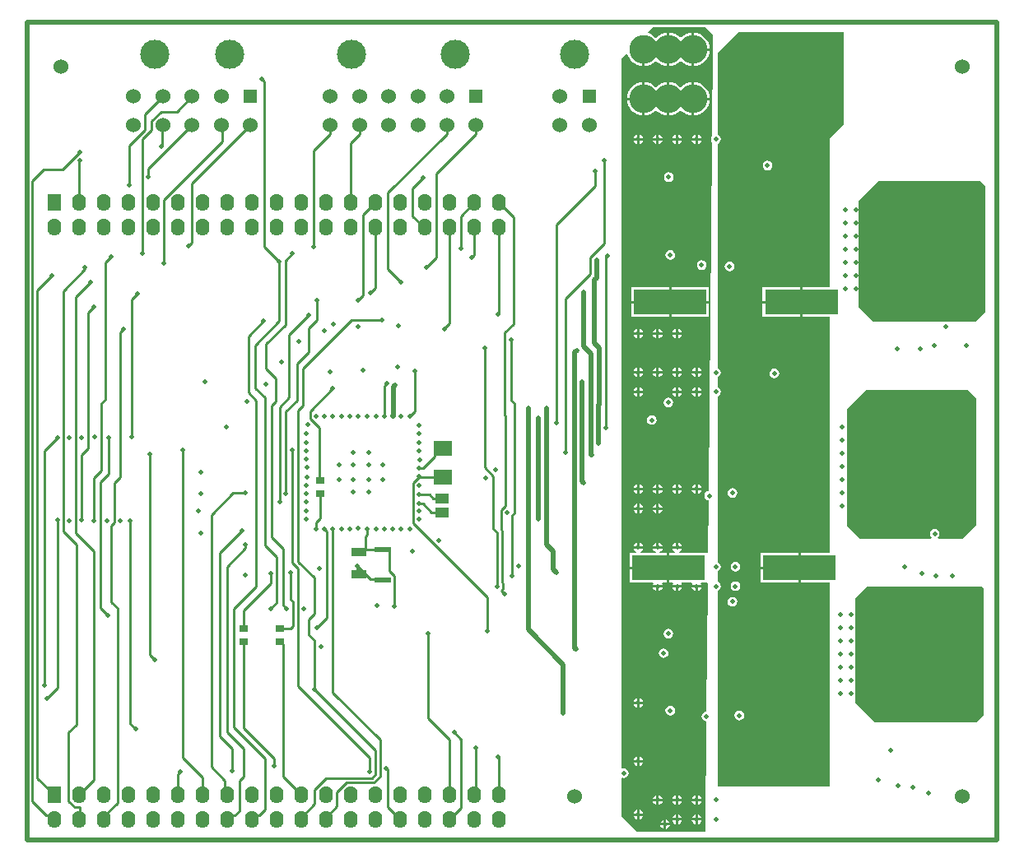
<source format=gbl>
G04*
G04 #@! TF.GenerationSoftware,Altium Limited,Altium Designer,19.1.8 (144)*
G04*
G04 Layer_Physical_Order=4*
G04 Layer_Color=16711680*
%FSLAX25Y25*%
%MOIN*%
G70*
G01*
G75*
%ADD13C,0.01000*%
%ADD14C,0.01968*%
%ADD35R,0.03740X0.03150*%
%ADD46R,0.05315X0.04331*%
%ADD102C,0.11614*%
%ADD103C,0.06000*%
%ADD104R,0.05833X0.05833*%
%ADD105C,0.06024*%
%ADD106C,0.11811*%
%ADD107R,0.05500X0.07000*%
%ADD108O,0.05500X0.07000*%
%ADD109C,0.01968*%
%ADD111R,0.06693X0.02165*%
%ADD112R,0.06102X0.03740*%
%ADD113R,0.07480X0.06102*%
%ADD114R,0.29528X0.09843*%
G36*
X302756Y454724D02*
X305906Y451575D01*
Y448032D01*
X305537Y410702D01*
X305218Y410223D01*
X305064Y409449D01*
X305218Y408675D01*
X305513Y408232D01*
X304119Y266885D01*
X303578Y266778D01*
X302940Y266352D01*
X302514Y265713D01*
X302364Y264961D01*
X302514Y264208D01*
X302940Y263570D01*
X303578Y263143D01*
X304081Y263043D01*
X303874Y242118D01*
X303559Y241748D01*
X303371Y241748D01*
X292439D01*
X292142Y242212D01*
X292147Y242248D01*
X292769Y242664D01*
X293208Y243320D01*
X293262Y243594D01*
X289415D01*
X289470Y243320D01*
X289908Y242664D01*
X290530Y242248D01*
X290535Y242212D01*
X290239Y241748D01*
X288295D01*
Y235827D01*
Y229906D01*
X289393D01*
X289660Y229405D01*
X289470Y229121D01*
X289415Y228846D01*
X293262D01*
X293208Y229121D01*
X293017Y229405D01*
X293285Y229906D01*
X297267D01*
X297534Y229405D01*
X297343Y229121D01*
X297289Y228846D01*
X301136D01*
X301082Y229121D01*
X300891Y229405D01*
X301159Y229906D01*
X303254D01*
X303750Y229485D01*
X303238Y177629D01*
X303150Y177558D01*
X302397Y177408D01*
X301759Y176981D01*
X301332Y176343D01*
X301183Y175591D01*
X301332Y174838D01*
X301759Y174200D01*
X302397Y173773D01*
X303150Y173624D01*
X303198Y173583D01*
X302756Y128740D01*
X300000Y128740D01*
X275295D01*
X268701Y135335D01*
Y150341D01*
X269201Y150689D01*
X269685Y150592D01*
X270438Y150742D01*
X271076Y151168D01*
X271502Y151806D01*
X271652Y152559D01*
X271502Y153312D01*
X271076Y153950D01*
X270438Y154376D01*
X269685Y154526D01*
X269201Y154430D01*
X268701Y154777D01*
X268701Y442028D01*
X270761Y444088D01*
X271246Y443966D01*
X271476Y443209D01*
X272108Y442027D01*
X272959Y440990D01*
X273995Y440139D01*
X275178Y439507D01*
X276461Y439118D01*
X277295Y439036D01*
Y445827D01*
X278295D01*
Y439036D01*
X279130Y439118D01*
X280413Y439507D01*
X281595Y440139D01*
X282632Y440990D01*
X282959D01*
X283995Y440139D01*
X285178Y439507D01*
X286461Y439118D01*
X287295Y439036D01*
Y445827D01*
Y452618D01*
X286461Y452535D01*
X285178Y452146D01*
X283995Y451514D01*
X282959Y450663D01*
X282632D01*
X281595Y451514D01*
X280413Y452146D01*
X279656Y452376D01*
X279534Y452861D01*
X281594Y454921D01*
X302756Y454921D01*
Y454724D01*
D02*
G37*
G36*
X414173Y392509D02*
X416142Y390541D01*
Y339360D01*
X412205Y335423D01*
X400044D01*
X400000Y335432D01*
X399956Y335423D01*
X370866D01*
X364961Y341328D01*
X364961Y384635D01*
X372835Y392509D01*
X414173Y392509D01*
D02*
G37*
G36*
X409055Y307874D02*
X412402Y304527D01*
Y253346D01*
X406693Y247638D01*
X397096D01*
X396944Y248138D01*
X397060Y248216D01*
X397486Y248854D01*
X397636Y249606D01*
X397486Y250359D01*
X397060Y250997D01*
X396422Y251424D01*
X395669Y251573D01*
X394917Y251424D01*
X394279Y250997D01*
X393852Y250359D01*
X393702Y249606D01*
X393852Y248854D01*
X394279Y248216D01*
X394395Y248138D01*
X394243Y247638D01*
X365158D01*
X360040Y252756D01*
Y300000D01*
X367914Y307874D01*
X409055Y307874D01*
D02*
G37*
G36*
X415551Y227362D02*
Y176181D01*
X412598Y173228D01*
X371260D01*
X363386Y181102D01*
Y223425D01*
X368307Y228346D01*
X414567D01*
X415551Y227362D01*
D02*
G37*
G36*
X358661Y415354D02*
X353150Y409842D01*
Y349421D01*
X342150D01*
Y343500D01*
Y337579D01*
X353150D01*
Y241748D01*
X341445D01*
Y235827D01*
Y229906D01*
X353150D01*
Y147244D01*
X307663D01*
Y226494D01*
X307839Y226529D01*
X308477Y226956D01*
X308904Y227594D01*
X309053Y228346D01*
X308904Y229099D01*
X308477Y229737D01*
X307839Y230164D01*
X307663Y230199D01*
Y234368D01*
X307839Y234403D01*
X308477Y234830D01*
X308904Y235468D01*
X309053Y236220D01*
X308904Y236973D01*
X308477Y237611D01*
X307839Y238038D01*
X307663Y238073D01*
Y305234D01*
X307839Y305269D01*
X308477Y305696D01*
X308904Y306334D01*
X309053Y307087D01*
X308904Y307839D01*
X308477Y308477D01*
X307839Y308904D01*
X307663Y308939D01*
Y313108D01*
X307839Y313143D01*
X308477Y313570D01*
X308904Y314208D01*
X309053Y314961D01*
X308904Y315713D01*
X308477Y316351D01*
X307839Y316778D01*
X307663Y316813D01*
Y407596D01*
X307839Y407632D01*
X308477Y408058D01*
X308904Y408696D01*
X309053Y409449D01*
X308904Y410202D01*
X308477Y410840D01*
X307839Y411266D01*
X307663Y411301D01*
Y444277D01*
X316142Y452756D01*
X358661D01*
Y415354D01*
D02*
G37*
%LPC*%
G36*
X298295Y452618D02*
Y446327D01*
X304586D01*
X304504Y447161D01*
X304115Y448444D01*
X303483Y449627D01*
X302632Y450663D01*
X301595Y451514D01*
X300413Y452146D01*
X299130Y452535D01*
X298295Y452618D01*
D02*
G37*
G36*
X304586Y445327D02*
X298295D01*
Y439036D01*
X299130Y439118D01*
X300413Y439507D01*
X301595Y440139D01*
X302632Y440990D01*
X303483Y442027D01*
X304115Y443209D01*
X304504Y444492D01*
X304586Y445327D01*
D02*
G37*
G36*
X288295Y452618D02*
Y445827D01*
Y439036D01*
X289130Y439118D01*
X290413Y439507D01*
X291595Y440139D01*
X292441Y440833D01*
X292795Y440941D01*
X293150Y440833D01*
X293995Y440139D01*
X295178Y439507D01*
X296461Y439118D01*
X297295Y439036D01*
Y445827D01*
Y452618D01*
X296461Y452535D01*
X295178Y452146D01*
X293995Y451514D01*
X293150Y450820D01*
X292795Y450713D01*
X292441Y450820D01*
X291595Y451514D01*
X290413Y452146D01*
X289130Y452535D01*
X288295Y452618D01*
D02*
G37*
G36*
X298295Y432618D02*
Y426327D01*
X304586D01*
X304504Y427161D01*
X304115Y428444D01*
X303483Y429627D01*
X302632Y430663D01*
X301595Y431514D01*
X300413Y432146D01*
X299130Y432535D01*
X298295Y432618D01*
D02*
G37*
G36*
X277295D02*
X276461Y432535D01*
X275178Y432146D01*
X273995Y431514D01*
X272959Y430663D01*
X272108Y429627D01*
X271476Y428444D01*
X271087Y427161D01*
X271005Y426327D01*
X277295D01*
Y432618D01*
D02*
G37*
G36*
X304586Y425327D02*
X298295D01*
Y419036D01*
X299130Y419118D01*
X300413Y419507D01*
X301595Y420140D01*
X302632Y420990D01*
X303483Y422027D01*
X304115Y423209D01*
X304504Y424492D01*
X304586Y425327D01*
D02*
G37*
G36*
X288295Y432618D02*
Y425827D01*
Y419036D01*
X289130Y419118D01*
X290413Y419507D01*
X291595Y420140D01*
X292632Y420990D01*
X292959D01*
X293995Y420140D01*
X295178Y419507D01*
X296461Y419118D01*
X297295Y419036D01*
Y425827D01*
Y432618D01*
X296461Y432535D01*
X295178Y432146D01*
X293995Y431514D01*
X292959Y430663D01*
X292632D01*
X291595Y431514D01*
X290413Y432146D01*
X289130Y432535D01*
X288295Y432618D01*
D02*
G37*
G36*
X278295D02*
Y425827D01*
Y419036D01*
X279130Y419118D01*
X280413Y419507D01*
X281595Y420140D01*
X282632Y420990D01*
X282959D01*
X283995Y420140D01*
X285178Y419507D01*
X286461Y419118D01*
X287295Y419036D01*
Y425827D01*
Y432618D01*
X286461Y432535D01*
X285178Y432146D01*
X283995Y431514D01*
X282959Y430663D01*
X282632D01*
X281595Y431514D01*
X280413Y432146D01*
X279130Y432535D01*
X278295Y432618D01*
D02*
G37*
G36*
X277295Y425327D02*
X271005D01*
X271087Y424492D01*
X271476Y423209D01*
X272108Y422027D01*
X272959Y420990D01*
X273995Y420140D01*
X275178Y419507D01*
X276461Y419118D01*
X277295Y419036D01*
Y425327D01*
D02*
G37*
G36*
X299713Y411373D02*
Y409949D01*
X301136D01*
X301082Y410223D01*
X300643Y410879D01*
X299987Y411318D01*
X299713Y411373D01*
D02*
G37*
G36*
X298713D02*
X298438Y411318D01*
X297782Y410879D01*
X297343Y410223D01*
X297289Y409949D01*
X298713D01*
Y411373D01*
D02*
G37*
G36*
X291839D02*
Y409949D01*
X293262D01*
X293208Y410223D01*
X292769Y410879D01*
X292113Y411318D01*
X291839Y411373D01*
D02*
G37*
G36*
X290839D02*
X290564Y411318D01*
X289908Y410879D01*
X289470Y410223D01*
X289415Y409949D01*
X290839D01*
Y411373D01*
D02*
G37*
G36*
X283965D02*
Y409949D01*
X285388D01*
X285334Y410223D01*
X284895Y410879D01*
X284239Y411318D01*
X283965Y411373D01*
D02*
G37*
G36*
X282965D02*
X282690Y411318D01*
X282034Y410879D01*
X281595Y410223D01*
X281541Y409949D01*
X282965D01*
Y411373D01*
D02*
G37*
G36*
X276091D02*
Y409949D01*
X277514D01*
X277460Y410223D01*
X277021Y410879D01*
X276365Y411318D01*
X276091Y411373D01*
D02*
G37*
G36*
X275091D02*
X274816Y411318D01*
X274160Y410879D01*
X273721Y410223D01*
X273667Y409949D01*
X275091D01*
Y411373D01*
D02*
G37*
G36*
X301136Y408949D02*
X299713D01*
Y407525D01*
X299987Y407580D01*
X300643Y408018D01*
X301082Y408675D01*
X301136Y408949D01*
D02*
G37*
G36*
X298713D02*
X297289D01*
X297343Y408675D01*
X297782Y408018D01*
X298438Y407580D01*
X298713Y407525D01*
Y408949D01*
D02*
G37*
G36*
X293262D02*
X291839D01*
Y407525D01*
X292113Y407580D01*
X292769Y408018D01*
X293208Y408675D01*
X293262Y408949D01*
D02*
G37*
G36*
X290839D02*
X289415D01*
X289470Y408675D01*
X289908Y408018D01*
X290564Y407580D01*
X290839Y407525D01*
Y408949D01*
D02*
G37*
G36*
X285388D02*
X283965D01*
Y407525D01*
X284239Y407580D01*
X284895Y408018D01*
X285334Y408675D01*
X285388Y408949D01*
D02*
G37*
G36*
X282965D02*
X281541D01*
X281595Y408675D01*
X282034Y408018D01*
X282690Y407580D01*
X282965Y407525D01*
Y408949D01*
D02*
G37*
G36*
X277514D02*
X276091D01*
Y407525D01*
X276365Y407580D01*
X277021Y408018D01*
X277460Y408675D01*
X277514Y408949D01*
D02*
G37*
G36*
X275091D02*
X273667D01*
X273721Y408675D01*
X274160Y408018D01*
X274816Y407580D01*
X275091Y407525D01*
Y408949D01*
D02*
G37*
G36*
X287943Y396061D02*
X287190Y395912D01*
X286552Y395485D01*
X286126Y394847D01*
X285976Y394094D01*
X286126Y393342D01*
X286552Y392704D01*
X287190Y392277D01*
X287943Y392128D01*
X288696Y392277D01*
X289334Y392704D01*
X289760Y393342D01*
X289910Y394094D01*
X289760Y394847D01*
X289334Y395485D01*
X288696Y395912D01*
X287943Y396061D01*
D02*
G37*
G36*
X288583Y364565D02*
X287830Y364416D01*
X287192Y363989D01*
X286766Y363351D01*
X286616Y362598D01*
X286766Y361846D01*
X287192Y361208D01*
X287830Y360781D01*
X288583Y360631D01*
X289335Y360781D01*
X289973Y361208D01*
X290400Y361846D01*
X290550Y362598D01*
X290400Y363351D01*
X289973Y363989D01*
X289335Y364416D01*
X288583Y364565D01*
D02*
G37*
G36*
X301279Y360432D02*
X300527Y360282D01*
X299889Y359855D01*
X299462Y359217D01*
X299313Y358465D01*
X299462Y357712D01*
X299889Y357074D01*
X300527Y356647D01*
X301279Y356498D01*
X302032Y356647D01*
X302670Y357074D01*
X303097Y357712D01*
X303246Y358465D01*
X303097Y359217D01*
X302670Y359855D01*
X302032Y360282D01*
X301279Y360432D01*
D02*
G37*
G36*
X304264Y349421D02*
X289000D01*
Y344000D01*
X304264D01*
Y349421D01*
D02*
G37*
G36*
X288000D02*
X272736D01*
Y344000D01*
X288000D01*
Y349421D01*
D02*
G37*
G36*
X304264Y343000D02*
X289000D01*
Y337579D01*
X304264D01*
Y343000D01*
D02*
G37*
G36*
X288000D02*
X272736D01*
Y337579D01*
X288000D01*
Y343000D01*
D02*
G37*
G36*
X291839Y332632D02*
Y331209D01*
X293262D01*
X293208Y331483D01*
X292769Y332139D01*
X292113Y332578D01*
X291839Y332632D01*
D02*
G37*
G36*
X290839D02*
X290564Y332578D01*
X289908Y332139D01*
X289470Y331483D01*
X289415Y331209D01*
X290839D01*
Y332632D01*
D02*
G37*
G36*
X283965D02*
Y331209D01*
X285388D01*
X285334Y331483D01*
X284895Y332139D01*
X284239Y332578D01*
X283965Y332632D01*
D02*
G37*
G36*
X282965D02*
X282690Y332578D01*
X282034Y332139D01*
X281595Y331483D01*
X281541Y331209D01*
X282965D01*
Y332632D01*
D02*
G37*
G36*
X276091D02*
Y331209D01*
X277514D01*
X277460Y331483D01*
X277021Y332139D01*
X276365Y332578D01*
X276091Y332632D01*
D02*
G37*
G36*
X275091D02*
X274816Y332578D01*
X274160Y332139D01*
X273721Y331483D01*
X273667Y331209D01*
X275091D01*
Y332632D01*
D02*
G37*
G36*
X293262Y330209D02*
X291839D01*
Y328785D01*
X292113Y328839D01*
X292769Y329278D01*
X293208Y329934D01*
X293262Y330209D01*
D02*
G37*
G36*
X290839D02*
X289415D01*
X289470Y329934D01*
X289908Y329278D01*
X290564Y328839D01*
X290839Y328785D01*
Y330209D01*
D02*
G37*
G36*
X285388D02*
X283965D01*
Y328785D01*
X284239Y328839D01*
X284895Y329278D01*
X285334Y329934D01*
X285388Y330209D01*
D02*
G37*
G36*
X282965D02*
X281541D01*
X281595Y329934D01*
X282034Y329278D01*
X282690Y328839D01*
X282965Y328785D01*
Y330209D01*
D02*
G37*
G36*
X277514D02*
X276091D01*
Y328785D01*
X276365Y328839D01*
X277021Y329278D01*
X277460Y329934D01*
X277514Y330209D01*
D02*
G37*
G36*
X275091D02*
X273667D01*
X273721Y329934D01*
X274160Y329278D01*
X274816Y328839D01*
X275091Y328785D01*
Y330209D01*
D02*
G37*
G36*
X299713Y316884D02*
Y315461D01*
X301136D01*
X301082Y315735D01*
X300643Y316391D01*
X299987Y316830D01*
X299713Y316884D01*
D02*
G37*
G36*
X298713D02*
X298438Y316830D01*
X297782Y316391D01*
X297343Y315735D01*
X297289Y315461D01*
X298713D01*
Y316884D01*
D02*
G37*
G36*
X291839D02*
Y315461D01*
X293262D01*
X293208Y315735D01*
X292769Y316391D01*
X292113Y316830D01*
X291839Y316884D01*
D02*
G37*
G36*
X290839D02*
X290564Y316830D01*
X289908Y316391D01*
X289470Y315735D01*
X289415Y315461D01*
X290839D01*
Y316884D01*
D02*
G37*
G36*
X283965D02*
Y315461D01*
X285388D01*
X285334Y315735D01*
X284895Y316391D01*
X284239Y316830D01*
X283965Y316884D01*
D02*
G37*
G36*
X282965D02*
X282690Y316830D01*
X282034Y316391D01*
X281595Y315735D01*
X281541Y315461D01*
X282965D01*
Y316884D01*
D02*
G37*
G36*
X276091D02*
Y315461D01*
X277514D01*
X277460Y315735D01*
X277021Y316391D01*
X276365Y316830D01*
X276091Y316884D01*
D02*
G37*
G36*
X275091D02*
X274816Y316830D01*
X274160Y316391D01*
X273721Y315735D01*
X273667Y315461D01*
X275091D01*
Y316884D01*
D02*
G37*
G36*
X301136Y314461D02*
X299713D01*
Y313037D01*
X299987Y313091D01*
X300643Y313530D01*
X301082Y314186D01*
X301136Y314461D01*
D02*
G37*
G36*
X298713D02*
X297289D01*
X297343Y314186D01*
X297782Y313530D01*
X298438Y313091D01*
X298713Y313037D01*
Y314461D01*
D02*
G37*
G36*
X293262D02*
X291839D01*
Y313037D01*
X292113Y313091D01*
X292769Y313530D01*
X293208Y314186D01*
X293262Y314461D01*
D02*
G37*
G36*
X290839D02*
X289415D01*
X289470Y314186D01*
X289908Y313530D01*
X290564Y313091D01*
X290839Y313037D01*
Y314461D01*
D02*
G37*
G36*
X285388D02*
X283965D01*
Y313037D01*
X284239Y313091D01*
X284895Y313530D01*
X285334Y314186D01*
X285388Y314461D01*
D02*
G37*
G36*
X282965D02*
X281541D01*
X281595Y314186D01*
X282034Y313530D01*
X282690Y313091D01*
X282965Y313037D01*
Y314461D01*
D02*
G37*
G36*
X277514D02*
X276091D01*
Y313037D01*
X276365Y313091D01*
X277021Y313530D01*
X277460Y314186D01*
X277514Y314461D01*
D02*
G37*
G36*
X275091D02*
X273667D01*
X273721Y314186D01*
X274160Y313530D01*
X274816Y313091D01*
X275091Y313037D01*
Y314461D01*
D02*
G37*
G36*
X299713Y309010D02*
Y307587D01*
X301136D01*
X301082Y307861D01*
X300643Y308517D01*
X299987Y308956D01*
X299713Y309010D01*
D02*
G37*
G36*
X298713D02*
X298438Y308956D01*
X297782Y308517D01*
X297343Y307861D01*
X297289Y307587D01*
X298713D01*
Y309010D01*
D02*
G37*
G36*
X291839D02*
Y307587D01*
X293262D01*
X293208Y307861D01*
X292769Y308517D01*
X292113Y308956D01*
X291839Y309010D01*
D02*
G37*
G36*
X290839D02*
X290564Y308956D01*
X289908Y308517D01*
X289470Y307861D01*
X289415Y307587D01*
X290839D01*
Y309010D01*
D02*
G37*
G36*
X276091D02*
Y307587D01*
X277514D01*
X277460Y307861D01*
X277021Y308517D01*
X276365Y308956D01*
X276091Y309010D01*
D02*
G37*
G36*
X275091D02*
X274816Y308956D01*
X274160Y308517D01*
X273721Y307861D01*
X273667Y307587D01*
X275091D01*
Y309010D01*
D02*
G37*
G36*
X301136Y306587D02*
X299713D01*
Y305163D01*
X299987Y305218D01*
X300643Y305656D01*
X301082Y306312D01*
X301136Y306587D01*
D02*
G37*
G36*
X298713D02*
X297289D01*
X297343Y306312D01*
X297782Y305656D01*
X298438Y305218D01*
X298713Y305163D01*
Y306587D01*
D02*
G37*
G36*
X293262D02*
X291839D01*
Y305163D01*
X292113Y305218D01*
X292769Y305656D01*
X293208Y306312D01*
X293262Y306587D01*
D02*
G37*
G36*
X290839D02*
X289415D01*
X289470Y306312D01*
X289908Y305656D01*
X290564Y305218D01*
X290839Y305163D01*
Y306587D01*
D02*
G37*
G36*
X277514D02*
X276091D01*
Y305163D01*
X276365Y305218D01*
X277021Y305656D01*
X277460Y306312D01*
X277514Y306587D01*
D02*
G37*
G36*
X275091D02*
X273667D01*
X273721Y306312D01*
X274160Y305656D01*
X274816Y305218D01*
X275091Y305163D01*
Y306587D01*
D02*
G37*
G36*
X287795Y304723D02*
X287043Y304573D01*
X286404Y304147D01*
X285978Y303509D01*
X285828Y302756D01*
X285978Y302003D01*
X286404Y301365D01*
X287043Y300939D01*
X287795Y300789D01*
X288548Y300939D01*
X289186Y301365D01*
X289613Y302003D01*
X289762Y302756D01*
X289613Y303509D01*
X289186Y304147D01*
X288548Y304573D01*
X287795Y304723D01*
D02*
G37*
G36*
X281102Y297636D02*
X280350Y297486D01*
X279712Y297060D01*
X279285Y296422D01*
X279135Y295669D01*
X279285Y294917D01*
X279712Y294279D01*
X280350Y293852D01*
X281102Y293702D01*
X281855Y293852D01*
X282493Y294279D01*
X282920Y294917D01*
X283069Y295669D01*
X282920Y296422D01*
X282493Y297060D01*
X281855Y297486D01*
X281102Y297636D01*
D02*
G37*
G36*
X299713Y269640D02*
Y268216D01*
X301136D01*
X301082Y268491D01*
X300643Y269147D01*
X299987Y269586D01*
X299713Y269640D01*
D02*
G37*
G36*
X298713D02*
X298438Y269586D01*
X297782Y269147D01*
X297343Y268491D01*
X297289Y268216D01*
X298713D01*
Y269640D01*
D02*
G37*
G36*
X291839D02*
Y268216D01*
X293262D01*
X293208Y268491D01*
X292769Y269147D01*
X292113Y269586D01*
X291839Y269640D01*
D02*
G37*
G36*
X290839D02*
X290564Y269586D01*
X289908Y269147D01*
X289470Y268491D01*
X289415Y268216D01*
X290839D01*
Y269640D01*
D02*
G37*
G36*
X283965D02*
Y268216D01*
X285388D01*
X285334Y268491D01*
X284895Y269147D01*
X284239Y269586D01*
X283965Y269640D01*
D02*
G37*
G36*
X282965D02*
X282690Y269586D01*
X282034Y269147D01*
X281595Y268491D01*
X281541Y268216D01*
X282965D01*
Y269640D01*
D02*
G37*
G36*
X276091D02*
Y268216D01*
X277514D01*
X277460Y268491D01*
X277021Y269147D01*
X276365Y269586D01*
X276091Y269640D01*
D02*
G37*
G36*
X275091D02*
X274816Y269586D01*
X274160Y269147D01*
X273721Y268491D01*
X273667Y268216D01*
X275091D01*
Y269640D01*
D02*
G37*
G36*
X301136Y267216D02*
X299713D01*
Y265793D01*
X299987Y265847D01*
X300643Y266286D01*
X301082Y266942D01*
X301136Y267216D01*
D02*
G37*
G36*
X298713D02*
X297289D01*
X297343Y266942D01*
X297782Y266286D01*
X298438Y265847D01*
X298713Y265793D01*
Y267216D01*
D02*
G37*
G36*
X293262D02*
X291839D01*
Y265793D01*
X292113Y265847D01*
X292769Y266286D01*
X293208Y266942D01*
X293262Y267216D01*
D02*
G37*
G36*
X290839D02*
X289415D01*
X289470Y266942D01*
X289908Y266286D01*
X290564Y265847D01*
X290839Y265793D01*
Y267216D01*
D02*
G37*
G36*
X285388D02*
X283965D01*
Y265793D01*
X284239Y265847D01*
X284895Y266286D01*
X285334Y266942D01*
X285388Y267216D01*
D02*
G37*
G36*
X282965D02*
X281541D01*
X281595Y266942D01*
X282034Y266286D01*
X282690Y265847D01*
X282965Y265793D01*
Y267216D01*
D02*
G37*
G36*
X277514D02*
X276091D01*
Y265793D01*
X276365Y265847D01*
X277021Y266286D01*
X277460Y266942D01*
X277514Y267216D01*
D02*
G37*
G36*
X275091D02*
X273667D01*
X273721Y266942D01*
X274160Y266286D01*
X274816Y265847D01*
X275091Y265793D01*
Y267216D01*
D02*
G37*
G36*
X283965Y261766D02*
Y260343D01*
X285388D01*
X285334Y260617D01*
X284895Y261273D01*
X284239Y261712D01*
X283965Y261766D01*
D02*
G37*
G36*
X282965D02*
X282690Y261712D01*
X282034Y261273D01*
X281595Y260617D01*
X281541Y260343D01*
X282965D01*
Y261766D01*
D02*
G37*
G36*
X276091D02*
Y260343D01*
X277514D01*
X277460Y260617D01*
X277021Y261273D01*
X276365Y261712D01*
X276091Y261766D01*
D02*
G37*
G36*
X275091D02*
X274816Y261712D01*
X274160Y261273D01*
X273721Y260617D01*
X273667Y260343D01*
X275091D01*
Y261766D01*
D02*
G37*
G36*
X285388Y259343D02*
X283965D01*
Y257919D01*
X284239Y257973D01*
X284895Y258412D01*
X285334Y259068D01*
X285388Y259343D01*
D02*
G37*
G36*
X282965D02*
X281541D01*
X281595Y259068D01*
X282034Y258412D01*
X282690Y257973D01*
X282965Y257919D01*
Y259343D01*
D02*
G37*
G36*
X277514D02*
X276091D01*
Y257919D01*
X276365Y257973D01*
X277021Y258412D01*
X277460Y259068D01*
X277514Y259343D01*
D02*
G37*
G36*
X275091D02*
X273667D01*
X273721Y259068D01*
X274160Y258412D01*
X274816Y257973D01*
X275091Y257919D01*
Y259343D01*
D02*
G37*
G36*
X291839Y246018D02*
Y244594D01*
X293262D01*
X293208Y244869D01*
X292769Y245525D01*
X292113Y245964D01*
X291839Y246018D01*
D02*
G37*
G36*
X290839D02*
X290564Y245964D01*
X289908Y245525D01*
X289470Y244869D01*
X289415Y244594D01*
X290839D01*
Y246018D01*
D02*
G37*
G36*
X283965D02*
Y244594D01*
X285388D01*
X285334Y244869D01*
X284895Y245525D01*
X284239Y245964D01*
X283965Y246018D01*
D02*
G37*
G36*
X282965D02*
X282690Y245964D01*
X282034Y245525D01*
X281595Y244869D01*
X281541Y244594D01*
X282965D01*
Y246018D01*
D02*
G37*
G36*
X276091D02*
Y244594D01*
X277514D01*
X277460Y244869D01*
X277021Y245525D01*
X276365Y245964D01*
X276091Y246018D01*
D02*
G37*
G36*
X275091D02*
X274816Y245964D01*
X274160Y245525D01*
X273721Y244869D01*
X273667Y244594D01*
X275091D01*
Y246018D01*
D02*
G37*
G36*
X285388Y243594D02*
X281541D01*
X281595Y243320D01*
X282034Y242664D01*
X282656Y242248D01*
X282661Y242212D01*
X282365Y241748D01*
X276691D01*
X276394Y242212D01*
X276399Y242248D01*
X277021Y242664D01*
X277460Y243320D01*
X277514Y243594D01*
X273667D01*
X273721Y243320D01*
X274160Y242664D01*
X274782Y242248D01*
X274787Y242212D01*
X274490Y241748D01*
X272031D01*
Y236327D01*
X287295D01*
Y241748D01*
X284565D01*
X284268Y242212D01*
X284273Y242248D01*
X284895Y242664D01*
X285334Y243320D01*
X285388Y243594D01*
D02*
G37*
G36*
X287295Y235327D02*
X272031D01*
Y229906D01*
X281519D01*
X281786Y229405D01*
X281595Y229121D01*
X281541Y228846D01*
X285388D01*
X285334Y229121D01*
X285143Y229405D01*
X285411Y229906D01*
X287295D01*
Y235327D01*
D02*
G37*
G36*
X301136Y227846D02*
X299713D01*
Y226423D01*
X299987Y226477D01*
X300643Y226916D01*
X301082Y227572D01*
X301136Y227846D01*
D02*
G37*
G36*
X298713D02*
X297289D01*
X297343Y227572D01*
X297782Y226916D01*
X298438Y226477D01*
X298713Y226423D01*
Y227846D01*
D02*
G37*
G36*
X293262D02*
X291839D01*
Y226423D01*
X292113Y226477D01*
X292769Y226916D01*
X293208Y227572D01*
X293262Y227846D01*
D02*
G37*
G36*
X290839D02*
X289415D01*
X289470Y227572D01*
X289908Y226916D01*
X290564Y226477D01*
X290839Y226423D01*
Y227846D01*
D02*
G37*
G36*
X285388D02*
X283965D01*
Y226423D01*
X284239Y226477D01*
X284895Y226916D01*
X285334Y227572D01*
X285388Y227846D01*
D02*
G37*
G36*
X282965D02*
X281541D01*
X281595Y227572D01*
X282034Y226916D01*
X282690Y226477D01*
X282965Y226423D01*
Y227846D01*
D02*
G37*
G36*
X287795Y211022D02*
X287043Y210872D01*
X286404Y210446D01*
X285978Y209808D01*
X285828Y209055D01*
X285978Y208302D01*
X286404Y207664D01*
X287043Y207238D01*
X287795Y207088D01*
X288548Y207238D01*
X289186Y207664D01*
X289613Y208302D01*
X289762Y209055D01*
X289613Y209808D01*
X289186Y210446D01*
X288548Y210872D01*
X287795Y211022D01*
D02*
G37*
G36*
X285827Y203148D02*
X285074Y202998D01*
X284436Y202572D01*
X284010Y201934D01*
X283860Y201181D01*
X284010Y200428D01*
X284436Y199790D01*
X285074Y199364D01*
X285827Y199214D01*
X286579Y199364D01*
X287218Y199790D01*
X287644Y200428D01*
X287794Y201181D01*
X287644Y201934D01*
X287218Y202572D01*
X286579Y202998D01*
X285827Y203148D01*
D02*
G37*
G36*
X276091Y183026D02*
Y181602D01*
X277514D01*
X277460Y181877D01*
X277021Y182533D01*
X276365Y182971D01*
X276091Y183026D01*
D02*
G37*
G36*
X275091D02*
X274816Y182971D01*
X274160Y182533D01*
X273721Y181877D01*
X273667Y181602D01*
X275091D01*
Y183026D01*
D02*
G37*
G36*
X277514Y180602D02*
X276091D01*
Y179179D01*
X276365Y179233D01*
X277021Y179672D01*
X277460Y180328D01*
X277514Y180602D01*
D02*
G37*
G36*
X275091D02*
X273667D01*
X273721Y180328D01*
X274160Y179672D01*
X274816Y179233D01*
X275091Y179179D01*
Y180602D01*
D02*
G37*
G36*
X288583Y179920D02*
X287830Y179770D01*
X287192Y179344D01*
X286766Y178706D01*
X286616Y177953D01*
X286766Y177200D01*
X287192Y176562D01*
X287830Y176136D01*
X288583Y175986D01*
X289335Y176136D01*
X289973Y176562D01*
X290400Y177200D01*
X290550Y177953D01*
X290400Y178706D01*
X289973Y179344D01*
X289335Y179770D01*
X288583Y179920D01*
D02*
G37*
G36*
X276091Y159404D02*
Y157980D01*
X277514D01*
X277460Y158254D01*
X277021Y158911D01*
X276365Y159349D01*
X276091Y159404D01*
D02*
G37*
G36*
X275091D02*
X274816Y159349D01*
X274160Y158911D01*
X273721Y158254D01*
X273667Y157980D01*
X275091D01*
Y159404D01*
D02*
G37*
G36*
X277514Y156980D02*
X276091D01*
Y155556D01*
X276365Y155611D01*
X277021Y156050D01*
X277460Y156706D01*
X277514Y156980D01*
D02*
G37*
G36*
X275091D02*
X273667D01*
X273721Y156706D01*
X274160Y156050D01*
X274816Y155611D01*
X275091Y155556D01*
Y156980D01*
D02*
G37*
G36*
X299713Y143656D02*
Y142232D01*
X301136D01*
X301082Y142506D01*
X300643Y143163D01*
X299987Y143601D01*
X299713Y143656D01*
D02*
G37*
G36*
X298713D02*
X298438Y143601D01*
X297782Y143163D01*
X297343Y142506D01*
X297289Y142232D01*
X298713D01*
Y143656D01*
D02*
G37*
G36*
X291839D02*
Y142232D01*
X293262D01*
X293208Y142506D01*
X292769Y143163D01*
X292113Y143601D01*
X291839Y143656D01*
D02*
G37*
G36*
X290839D02*
X290564Y143601D01*
X289908Y143163D01*
X289470Y142506D01*
X289415Y142232D01*
X290839D01*
Y143656D01*
D02*
G37*
G36*
X283965D02*
Y142232D01*
X285388D01*
X285334Y142506D01*
X284895Y143163D01*
X284239Y143601D01*
X283965Y143656D01*
D02*
G37*
G36*
X282965D02*
X282690Y143601D01*
X282034Y143163D01*
X281595Y142506D01*
X281541Y142232D01*
X282965D01*
Y143656D01*
D02*
G37*
G36*
X301136Y141232D02*
X299713D01*
Y139808D01*
X299987Y139863D01*
X300643Y140302D01*
X301082Y140958D01*
X301136Y141232D01*
D02*
G37*
G36*
X298713D02*
X297289D01*
X297343Y140958D01*
X297782Y140302D01*
X298438Y139863D01*
X298713Y139808D01*
Y141232D01*
D02*
G37*
G36*
X293262D02*
X291839D01*
Y139808D01*
X292113Y139863D01*
X292769Y140302D01*
X293208Y140958D01*
X293262Y141232D01*
D02*
G37*
G36*
X290839D02*
X289415D01*
X289470Y140958D01*
X289908Y140302D01*
X290564Y139863D01*
X290839Y139808D01*
Y141232D01*
D02*
G37*
G36*
X285388D02*
X283965D01*
Y139808D01*
X284239Y139863D01*
X284895Y140302D01*
X285334Y140958D01*
X285388Y141232D01*
D02*
G37*
G36*
X282965D02*
X281541D01*
X281595Y140958D01*
X282034Y140302D01*
X282690Y139863D01*
X282965Y139808D01*
Y141232D01*
D02*
G37*
G36*
X276091Y137750D02*
Y136327D01*
X277514D01*
X277460Y136601D01*
X277021Y137257D01*
X276365Y137696D01*
X276091Y137750D01*
D02*
G37*
G36*
X275091D02*
X274816Y137696D01*
X274160Y137257D01*
X273721Y136601D01*
X273667Y136327D01*
X275091D01*
Y137750D01*
D02*
G37*
G36*
X299713Y135782D02*
Y134358D01*
X301136D01*
X301082Y134632D01*
X300643Y135289D01*
X299987Y135727D01*
X299713Y135782D01*
D02*
G37*
G36*
X298713D02*
X298438Y135727D01*
X297782Y135289D01*
X297343Y134632D01*
X297289Y134358D01*
X298713D01*
Y135782D01*
D02*
G37*
G36*
X291839D02*
Y134358D01*
X293262D01*
X293208Y134632D01*
X292769Y135289D01*
X292113Y135727D01*
X291839Y135782D01*
D02*
G37*
G36*
X290839D02*
X290564Y135727D01*
X289908Y135289D01*
X289470Y134632D01*
X289415Y134358D01*
X290839D01*
Y135782D01*
D02*
G37*
G36*
X277514Y135327D02*
X276091D01*
Y133903D01*
X276365Y133958D01*
X277021Y134396D01*
X277460Y135053D01*
X277514Y135327D01*
D02*
G37*
G36*
X275091D02*
X273667D01*
X273721Y135053D01*
X274160Y134396D01*
X274816Y133958D01*
X275091Y133903D01*
Y135327D01*
D02*
G37*
G36*
X286917Y133813D02*
Y132390D01*
X288341D01*
X288286Y132664D01*
X287848Y133320D01*
X287192Y133759D01*
X286917Y133813D01*
D02*
G37*
G36*
X285917D02*
X285643Y133759D01*
X284987Y133320D01*
X284548Y132664D01*
X284494Y132390D01*
X285917D01*
Y133813D01*
D02*
G37*
G36*
X301136Y133358D02*
X299713D01*
Y131934D01*
X299987Y131989D01*
X300643Y132428D01*
X301082Y133084D01*
X301136Y133358D01*
D02*
G37*
G36*
X298713D02*
X297289D01*
X297343Y133084D01*
X297782Y132428D01*
X298438Y131989D01*
X298713Y131934D01*
Y133358D01*
D02*
G37*
G36*
X293262D02*
X291839D01*
Y131934D01*
X292113Y131989D01*
X292769Y132428D01*
X293208Y133084D01*
X293262Y133358D01*
D02*
G37*
G36*
X290839D02*
X289415D01*
X289470Y133084D01*
X289908Y132428D01*
X290564Y131989D01*
X290839Y131934D01*
Y133358D01*
D02*
G37*
G36*
X288341Y131390D02*
X286917D01*
Y129966D01*
X287192Y130021D01*
X287848Y130459D01*
X288286Y131116D01*
X288341Y131390D01*
D02*
G37*
G36*
X285917D02*
X284494D01*
X284548Y131116D01*
X284987Y130459D01*
X285643Y130021D01*
X285917Y129966D01*
Y131390D01*
D02*
G37*
G36*
X327953Y400786D02*
X327200Y400636D01*
X326562Y400210D01*
X326136Y399572D01*
X325986Y398819D01*
X326136Y398066D01*
X326562Y397428D01*
X327200Y397002D01*
X327953Y396852D01*
X328706Y397002D01*
X329344Y397428D01*
X329770Y398066D01*
X329920Y398819D01*
X329770Y399572D01*
X329344Y400210D01*
X328706Y400636D01*
X327953Y400786D01*
D02*
G37*
G36*
X312598Y359841D02*
X311846Y359691D01*
X311208Y359265D01*
X310781Y358627D01*
X310631Y357874D01*
X310781Y357121D01*
X311208Y356483D01*
X311846Y356057D01*
X312598Y355907D01*
X313351Y356057D01*
X313989Y356483D01*
X314416Y357121D01*
X314565Y357874D01*
X314416Y358627D01*
X313989Y359265D01*
X313351Y359691D01*
X312598Y359841D01*
D02*
G37*
G36*
X341150Y349421D02*
X325886D01*
Y344000D01*
X341150D01*
Y349421D01*
D02*
G37*
G36*
Y343000D02*
X325886D01*
Y337579D01*
X341150D01*
Y343000D01*
D02*
G37*
G36*
X330709Y316534D02*
X329956Y316384D01*
X329318Y315958D01*
X328891Y315320D01*
X328742Y314567D01*
X328891Y313814D01*
X329318Y313176D01*
X329956Y312750D01*
X330709Y312600D01*
X331461Y312750D01*
X332100Y313176D01*
X332526Y313814D01*
X332676Y314567D01*
X332526Y315320D01*
X332100Y315958D01*
X331461Y316384D01*
X330709Y316534D01*
D02*
G37*
G36*
X313779Y268109D02*
X313027Y267959D01*
X312389Y267532D01*
X311962Y266894D01*
X311813Y266142D01*
X311962Y265389D01*
X312389Y264751D01*
X313027Y264324D01*
X313779Y264175D01*
X314532Y264324D01*
X315170Y264751D01*
X315597Y265389D01*
X315746Y266142D01*
X315597Y266894D01*
X315170Y267532D01*
X314532Y267959D01*
X313779Y268109D01*
D02*
G37*
G36*
X340445Y241748D02*
X325181D01*
Y236327D01*
X340445D01*
Y241748D01*
D02*
G37*
G36*
X314961Y238187D02*
X314208Y238038D01*
X313570Y237611D01*
X313143Y236973D01*
X312994Y236220D01*
X313143Y235468D01*
X313570Y234830D01*
X314208Y234403D01*
X314961Y234254D01*
X315713Y234403D01*
X316352Y234830D01*
X316778Y235468D01*
X316928Y236220D01*
X316778Y236973D01*
X316352Y237611D01*
X315713Y238038D01*
X314961Y238187D01*
D02*
G37*
G36*
X340445Y235327D02*
X325181D01*
Y229906D01*
X340445D01*
Y235327D01*
D02*
G37*
G36*
X314961Y230313D02*
X314208Y230164D01*
X313570Y229737D01*
X313143Y229099D01*
X312994Y228346D01*
X313143Y227594D01*
X313570Y226956D01*
X314208Y226529D01*
X314961Y226379D01*
X315713Y226529D01*
X316352Y226956D01*
X316778Y227594D01*
X316928Y228346D01*
X316778Y229099D01*
X316352Y229737D01*
X315713Y230164D01*
X314961Y230313D01*
D02*
G37*
G36*
X313779Y224014D02*
X313027Y223864D01*
X312389Y223438D01*
X311962Y222800D01*
X311813Y222047D01*
X311962Y221294D01*
X312389Y220656D01*
X313027Y220230D01*
X313779Y220080D01*
X314532Y220230D01*
X315170Y220656D01*
X315597Y221294D01*
X315746Y222047D01*
X315597Y222800D01*
X315170Y223438D01*
X314532Y223864D01*
X313779Y224014D01*
D02*
G37*
G36*
X316535Y177951D02*
X315783Y177801D01*
X315145Y177375D01*
X314718Y176737D01*
X314568Y175984D01*
X314718Y175232D01*
X315145Y174593D01*
X315783Y174167D01*
X316535Y174017D01*
X317288Y174167D01*
X317926Y174593D01*
X318353Y175232D01*
X318502Y175984D01*
X318353Y176737D01*
X317926Y177375D01*
X317288Y177801D01*
X316535Y177951D01*
D02*
G37*
%LPD*%
D13*
X209941Y411638D02*
Y415083D01*
X198130Y411638D02*
Y415083D01*
X162696Y411638D02*
Y415083D01*
X150885Y411638D02*
Y415083D01*
X174213Y387720D02*
X198130Y411638D01*
X131685Y151150D02*
Y204929D01*
X130610Y206004D02*
X131685Y204929D01*
X130315Y206004D02*
X130610D01*
X131685Y151150D02*
X139075Y143760D01*
X94784Y367421D02*
Y391362D01*
X107106Y408474D02*
Y414669D01*
X83465Y384832D02*
X107106Y408474D01*
X221587Y297553D02*
X221721Y297419D01*
X145079Y254035D02*
X146850Y255807D01*
Y265846D01*
X146457Y271555D02*
X146850Y271161D01*
X146457Y271555D02*
Y292520D01*
X135784Y212260D02*
Y222015D01*
X134843Y211319D02*
X135784Y212260D01*
X130315Y211319D02*
X134843D01*
X115650Y218406D02*
X115748Y218307D01*
Y211319D02*
Y218307D01*
X115650Y205906D02*
X115748Y206004D01*
X115650Y170965D02*
Y205906D01*
X184473Y253824D02*
Y270227D01*
X186891Y272646D01*
X186902D01*
X184473Y253824D02*
X214567Y223730D01*
Y210236D02*
Y223730D01*
X220350Y229837D02*
X220835Y229353D01*
Y227340D02*
Y229353D01*
X220012Y226518D02*
X220835Y227340D01*
X220012Y226445D02*
Y226518D01*
Y251182D02*
Y259274D01*
Y251182D02*
X220350Y250843D01*
Y229837D02*
Y250843D01*
X220012Y226445D02*
X221358Y225098D01*
X220012Y259274D02*
X221721Y260982D01*
Y297419D01*
X225634Y258025D02*
Y302205D01*
X224311Y256702D02*
X225634Y258025D01*
X224311Y232579D02*
Y256702D01*
X224016Y303824D02*
X225634Y302205D01*
X216862Y251581D02*
Y273010D01*
Y251581D02*
X218406Y250037D01*
Y228346D02*
Y250037D01*
X213386Y276486D02*
X216862Y273010D01*
X213386Y276486D02*
Y324803D01*
X174311Y243317D02*
X174894Y242734D01*
Y234541D02*
Y242734D01*
Y234541D02*
X176839Y232596D01*
X172047Y243317D02*
X174311D01*
X176839Y220146D02*
Y232596D01*
X176772Y220079D02*
X176839Y220146D01*
X134252Y330315D02*
X142126Y338189D01*
X134252Y304823D02*
Y330315D01*
X262598Y292520D02*
Y361811D01*
X262992Y362205D01*
X246063Y282677D02*
Y344789D01*
X256232Y354958D01*
X242618Y294488D02*
Y374902D01*
X258268Y390551D01*
Y396457D01*
X256232Y361636D02*
X261811Y367215D01*
Y400787D01*
X256232Y354958D02*
Y361636D01*
X172764Y297342D02*
Y309575D01*
X173819Y310630D01*
X186909Y276082D02*
X188385D01*
X183039Y297342D02*
X185039Y299342D01*
X221587Y297553D02*
Y331134D01*
X224016Y303824D02*
Y328346D01*
X221587Y331134D02*
X225098Y334646D01*
X142650Y299342D02*
X151969Y308661D01*
X142650Y296327D02*
Y299342D01*
Y296327D02*
X146457Y292520D01*
X198214Y372899D02*
X199213Y371900D01*
X159449Y336221D02*
X171653D01*
X139764Y316535D02*
X159449Y336221D01*
X139764Y301476D02*
Y316535D01*
X137764Y299476D02*
X139764Y301476D01*
X137402Y318455D02*
X142126Y323179D01*
X137402Y303642D02*
Y318455D01*
X132880Y299121D02*
X137402Y303642D01*
X145472Y336073D02*
Y344193D01*
X142126Y332726D02*
X145472Y336073D01*
X142126Y323179D02*
Y332726D01*
X130413Y300984D02*
X134252Y304823D01*
X128673Y303083D02*
Y312665D01*
X124803Y316535D02*
X128673Y312665D01*
X124803Y316535D02*
Y326378D01*
X132646Y334221D02*
Y360106D01*
X124803Y326378D02*
X132646Y334221D01*
X127165Y301575D02*
X128673Y303083D01*
X132646Y360106D02*
X135630Y363090D01*
X124311Y244980D02*
Y304823D01*
X120472Y308661D02*
X124311Y304823D01*
X120472Y308661D02*
Y325984D01*
X130217Y335728D01*
X120965Y228150D02*
Y303445D01*
X117717Y306693D02*
X120965Y303445D01*
X117717Y306693D02*
Y329528D01*
X123917Y335728D01*
X185039Y299342D02*
Y315354D01*
X161909Y236417D02*
X167201Y231126D01*
X166740Y153157D02*
Y158850D01*
X137728Y187862D02*
X166740Y158850D01*
X137728Y187862D02*
Y235604D01*
X82355Y420669D02*
X88658D01*
X69390Y390846D02*
Y406910D01*
X75717Y413237D01*
Y419539D01*
X83071Y426894D01*
X78530Y416844D02*
X82355Y420669D01*
X78530Y413299D02*
Y416844D01*
X74705Y409474D02*
X78530Y413299D01*
X74705Y363090D02*
Y409474D01*
X88658Y420669D02*
X94882Y426894D01*
X77264Y394094D02*
Y397464D01*
X94882Y415083D01*
X34941Y397244D02*
X42421D01*
X82579Y406398D02*
X82764Y406583D01*
Y414776D01*
X83071Y415083D01*
X42421Y397244D02*
X49508Y404331D01*
X44880Y141272D02*
Y169045D01*
X106693Y415083D02*
X107106Y414669D01*
X49366Y134051D02*
Y138815D01*
X49075Y133760D02*
X49366Y134051D01*
X48148Y172313D02*
Y245160D01*
X44880Y169045D02*
X48148Y172313D01*
X83465Y359055D02*
Y384832D01*
X94784Y391362D02*
X118504Y415083D01*
X93602Y366240D02*
X94784Y367421D01*
X174213Y356791D02*
Y387720D01*
X193701Y361417D02*
Y395398D01*
X209941Y411638D01*
X144193Y365748D02*
Y404946D01*
X150885Y411638D01*
X159075Y408017D02*
X162696Y411638D01*
X159075Y383760D02*
Y408017D01*
X189764Y357480D02*
X193701Y361417D01*
X36122Y182874D02*
X40356Y187108D01*
Y255032D01*
X30217Y392520D02*
X34941Y397244D01*
X30217Y392520D02*
X30217Y141043D01*
X35907Y135353D01*
X32185Y348130D02*
X38287Y354232D01*
X32185Y348130D02*
X32185Y150650D01*
X39075Y143760D01*
X35039Y188189D02*
Y283071D01*
X40354Y288386D01*
X201083Y169095D02*
X203937Y166240D01*
X144390Y186516D02*
Y206398D01*
Y186516D02*
X169170Y161736D01*
X142126Y208661D02*
X144390Y206398D01*
X69882Y172638D02*
X72146Y170374D01*
X47337Y138815D02*
X49366D01*
X42847Y250461D02*
X48148Y245160D01*
X44880Y141272D02*
X47337Y138815D01*
X49075Y143760D02*
X55216Y149902D01*
X47768Y249988D02*
X55216Y242539D01*
Y149902D02*
Y242539D01*
X64665Y140610D02*
Y219488D01*
X59075Y135020D02*
X64665Y140610D01*
X99075Y143760D02*
Y150827D01*
X91043Y158858D02*
X99075Y150827D01*
X91043Y158858D02*
Y283465D01*
X108214Y144621D02*
Y149463D01*
X102657Y155020D02*
X108214Y149463D01*
X102657Y155020D02*
Y257185D01*
X115650Y151181D02*
Y162598D01*
X113976Y149508D02*
X115650Y151181D01*
X113976Y137303D02*
Y149508D01*
X128150Y155610D02*
Y158465D01*
X115650Y170965D02*
X128150Y158465D01*
X129232Y221752D02*
Y240059D01*
X126772Y219291D02*
X129232Y221752D01*
X124311Y244980D02*
X129232Y240059D01*
X127165Y248031D02*
X131693Y243504D01*
Y220883D02*
Y243504D01*
Y220883D02*
X133274Y219302D01*
X127165Y248031D02*
Y301575D01*
X184153Y378248D02*
Y389469D01*
X188484Y393799D01*
X184153Y378248D02*
X188642Y373760D01*
X189075D01*
X174213Y356791D02*
X179626Y351378D01*
X151929Y185276D02*
X171114Y166090D01*
Y151345D02*
Y166090D01*
X168474Y148705D02*
X171114Y151345D01*
X157337Y148705D02*
X168474D01*
X169170Y152151D02*
Y161736D01*
X167668Y150650D02*
X169170Y152151D01*
X149282Y150650D02*
X167668D01*
X144609Y145976D02*
X149282Y150650D01*
X144609Y140044D02*
Y145976D01*
X139075Y134510D02*
X144609Y140044D01*
X139075Y133760D02*
Y134510D01*
X153637Y145004D02*
X157337Y148705D01*
X153637Y139072D02*
Y145004D01*
X149075Y134510D02*
X153637Y139072D01*
X149075Y133760D02*
Y134510D01*
X173622Y154429D02*
X174016Y154035D01*
Y138779D02*
Y154035D01*
X134646Y223152D02*
X135784Y222015D01*
X135335Y237998D02*
X137728Y235604D01*
X135335Y237998D02*
Y283366D01*
X134646Y223152D02*
Y233760D01*
X132880Y265859D02*
Y299121D01*
X142126Y214961D02*
X144390Y217224D01*
Y231693D01*
X142126Y208661D02*
Y214961D01*
X137764Y238319D02*
X144390Y231693D01*
X145374Y211516D02*
X149409Y215551D01*
Y250587D01*
X151929Y185276D02*
Y251658D01*
X137764Y238319D02*
Y299476D01*
X130413Y262402D02*
Y300984D01*
X63417Y270209D02*
X65650Y272441D01*
X63417Y254067D02*
Y270209D01*
X62205Y252854D02*
X63417Y254067D01*
X47768Y345406D02*
X53937Y351575D01*
X47768Y249988D02*
Y345406D01*
X50101Y281597D02*
X52756Y284252D01*
X50101Y280608D02*
Y281597D01*
X42847Y347965D02*
X51575Y356693D01*
X42847Y250461D02*
Y347965D01*
X50199Y255131D02*
Y280509D01*
X50101Y280608D02*
X50199Y280509D01*
X190453Y174803D02*
X199075Y166181D01*
X190453Y174803D02*
Y209154D01*
X186902Y265402D02*
X191095D01*
X186803Y272744D02*
X187065D01*
X186902Y261976D02*
X186999Y261879D01*
X161909Y233703D02*
Y236417D01*
X167201Y231126D02*
X171837D01*
X172047Y230915D01*
X164728Y243317D02*
X172047D01*
X164728D02*
X165098Y243687D01*
X163728Y242317D02*
X164728Y243317D01*
X165098Y248358D02*
X165913Y249173D01*
X165098Y243687D02*
Y248358D01*
X162547Y242317D02*
X163728D01*
X165913Y249173D02*
Y251658D01*
X161909Y233703D02*
X162547Y233065D01*
X157464Y385371D02*
X159075Y383760D01*
X49075D02*
Y400157D01*
X49606Y400689D01*
X199213Y335006D02*
Y371900D01*
X197146Y332939D02*
X199213Y335006D01*
X197146Y332677D02*
Y332939D01*
X188318Y261879D02*
X191929Y258268D01*
X196063D01*
X186999Y261879D02*
X188318D01*
X191095Y265402D02*
X192491Y264005D01*
X195838D01*
X196063Y263779D01*
X187065Y272744D02*
X187270Y272539D01*
X196457D01*
X188385Y276082D02*
X193217Y280913D01*
Y281602D01*
X195768Y284154D01*
X196457D01*
X225098Y334646D02*
Y377736D01*
X219075Y383760D02*
X225098Y377736D01*
X198214Y372899D02*
X199075Y373760D01*
X145079Y251658D02*
Y254035D01*
X148504Y251493D02*
X149409Y250587D01*
X148504Y251493D02*
Y251658D01*
X199075Y143760D02*
Y166181D01*
X164173Y378858D02*
X169075Y383760D01*
X164173Y346161D02*
Y378858D01*
X162106Y344094D02*
X164173Y346161D01*
X219075Y339543D02*
Y373760D01*
X218985Y339453D02*
X219075Y339543D01*
X218985Y338768D02*
Y339453D01*
X218799Y338583D02*
X218985Y338768D01*
X126673Y229429D02*
Y233366D01*
X115650Y218406D02*
X126673Y229429D01*
X124508Y137795D02*
Y158465D01*
X111909Y171063D02*
X124508Y158465D01*
X111909Y171063D02*
Y219094D01*
X120965Y228150D01*
X109153Y169095D02*
X115650Y162598D01*
X109153Y169095D02*
Y236342D01*
X116622Y243811D01*
X106004Y241831D02*
X115157Y250984D01*
X106004Y167520D02*
Y241831D01*
Y167520D02*
X111122Y162402D01*
X102657Y257185D02*
X111579Y266106D01*
X203642Y378327D02*
X209075Y383760D01*
X203642Y365158D02*
Y378327D01*
X123228Y433760D02*
X124016Y432972D01*
Y365945D02*
Y432972D01*
Y365945D02*
X130217Y359744D01*
Y335728D02*
Y359744D01*
X208071Y361483D02*
X209075Y362487D01*
X208071Y361417D02*
Y361483D01*
X209075Y362487D02*
Y373760D01*
X174016Y138779D02*
X179035Y133760D01*
X179075D01*
X122083Y135371D02*
X124508Y137795D01*
X120686Y135371D02*
X122083D01*
X119075Y133760D02*
X120686Y135371D01*
X116622Y243811D02*
Y244992D01*
X116437Y245177D02*
X116622Y244992D01*
X112044Y135371D02*
X113976Y137303D01*
X110686Y135371D02*
X112044D01*
X109075Y133760D02*
X110686Y135371D01*
X111579Y266106D02*
X116500D01*
X108214Y144621D02*
X109075Y143760D01*
X77953Y200591D02*
X79921Y198622D01*
X77953Y200591D02*
Y281988D01*
X203937Y138622D02*
Y166240D01*
X199075Y133760D02*
X203937Y138622D01*
X69882Y172638D02*
Y254921D01*
X111122Y153543D02*
Y162402D01*
X89075Y152067D02*
X90059Y153051D01*
X89075Y143760D02*
Y152067D01*
X167028Y347244D02*
X169075Y349291D01*
Y373760D01*
X70500Y344614D02*
X72736Y346850D01*
X70500Y288752D02*
Y344614D01*
X59842Y359547D02*
X62205Y361910D01*
X59842Y303937D02*
Y359547D01*
X65650Y331201D02*
X67126Y332677D01*
X65650Y272441D02*
Y331201D01*
X62205Y221949D02*
Y252854D01*
Y221949D02*
X64665Y219488D01*
X57972Y219488D02*
X60925Y216535D01*
X57972Y219488D02*
Y270669D01*
X61024Y273721D01*
Y288583D01*
X52756Y339173D02*
X55118Y341535D01*
X52756Y284252D02*
Y339173D01*
X58268Y302362D02*
X59842Y303937D01*
X58268Y275197D02*
Y302362D01*
X55118Y272047D02*
X58268Y275197D01*
X55118Y254921D02*
Y272047D01*
X219075Y143760D02*
Y158878D01*
X218898Y159055D02*
X219075Y158878D01*
X209842Y144528D02*
Y162992D01*
X209075Y143760D02*
X209842Y144528D01*
X59075Y133760D02*
Y135020D01*
X51575Y356693D02*
Y357480D01*
X35907Y135353D02*
X37482D01*
X39075Y133760D01*
X28000Y456642D02*
X28051Y456693D01*
D14*
X231102Y210827D02*
X245276Y196653D01*
X231102Y210827D02*
Y300394D01*
X245276Y176772D02*
Y196653D01*
X249843Y203307D02*
Y323071D01*
X250787Y324016D01*
X249843Y203307D02*
X250394Y202756D01*
X176378Y297247D02*
Y309055D01*
X176189Y297436D02*
X176378Y297247D01*
X252756Y270866D02*
X253543Y270079D01*
X252756Y270866D02*
Y311024D01*
X253543Y325380D02*
X256535Y322388D01*
Y281653D02*
Y322388D01*
Y281653D02*
X256673Y281516D01*
X259449Y286221D02*
Y301640D01*
X259842Y302033D01*
X253543Y325380D02*
Y347638D01*
X257913Y326791D02*
Y352402D01*
Y326791D02*
X259842Y324862D01*
X257913Y352402D02*
X258661Y353150D01*
Y360630D01*
X259842Y302033D02*
Y324862D01*
X235138Y255413D02*
Y296555D01*
X238583Y245276D02*
X241240Y242618D01*
X238583Y245276D02*
Y300394D01*
X241240Y235039D02*
Y242618D01*
Y235039D02*
X242323Y233957D01*
X176378Y309055D02*
X177165Y309842D01*
X176189Y297342D02*
Y297436D01*
X420866Y125500D02*
Y456626D01*
X28051Y456693D02*
X420933D01*
X28000Y449500D02*
Y456642D01*
X28000Y125500D02*
X420866Y125500D01*
X28000Y449500D02*
X28000Y125500D01*
D35*
X130315Y206004D02*
D03*
Y211319D02*
D03*
X146850Y265846D02*
D03*
Y271161D02*
D03*
X115748Y206004D02*
D03*
Y211319D02*
D03*
D46*
X196063Y258268D02*
D03*
Y263779D02*
D03*
D102*
X392520Y213150D02*
D03*
Y193150D02*
D03*
X402520D02*
D03*
X382520D02*
D03*
Y213150D02*
D03*
X402520D02*
D03*
X392520Y287953D02*
D03*
Y267953D02*
D03*
X402520D02*
D03*
X382520D02*
D03*
Y287953D02*
D03*
X402520D02*
D03*
X392520Y375748D02*
D03*
Y355748D02*
D03*
X402520D02*
D03*
X382520D02*
D03*
Y375748D02*
D03*
X402520D02*
D03*
X287795Y445827D02*
D03*
Y425827D02*
D03*
X297795D02*
D03*
X277795D02*
D03*
Y445827D02*
D03*
X297795D02*
D03*
X335827D02*
D03*
Y425827D02*
D03*
X345827D02*
D03*
X325827D02*
D03*
Y445827D02*
D03*
X345827D02*
D03*
D103*
X41732Y438976D02*
D03*
X406693Y143307D02*
D03*
X249804D02*
D03*
X406693Y438976D02*
D03*
D104*
X255710Y426894D02*
D03*
X209941D02*
D03*
X118504D02*
D03*
D105*
X255710Y415083D02*
D03*
X243898Y426894D02*
D03*
Y415083D02*
D03*
X150885D02*
D03*
X209941D02*
D03*
X150885Y426894D02*
D03*
X162696Y415083D02*
D03*
X198130D02*
D03*
X162696Y426894D02*
D03*
X198130D02*
D03*
X174507Y415083D02*
D03*
Y426894D02*
D03*
X186319Y415083D02*
D03*
Y426894D02*
D03*
X106693D02*
D03*
Y415083D02*
D03*
X94882Y426894D02*
D03*
X83071D02*
D03*
X94882Y415083D02*
D03*
X83071D02*
D03*
X71260Y426894D02*
D03*
X118504Y415083D02*
D03*
X71260D02*
D03*
D106*
X249804Y443902D02*
D03*
X159350D02*
D03*
X201476D02*
D03*
X110039D02*
D03*
X79725D02*
D03*
D107*
X39075Y143760D02*
D03*
Y383760D02*
D03*
D108*
X49075D02*
D03*
X59075D02*
D03*
X69075D02*
D03*
X79075D02*
D03*
X89075D02*
D03*
X99075D02*
D03*
X109075D02*
D03*
X119075D02*
D03*
X129075D02*
D03*
X139075D02*
D03*
X149075D02*
D03*
X159075D02*
D03*
X169075D02*
D03*
X179075D02*
D03*
X189075D02*
D03*
X199075D02*
D03*
X209075D02*
D03*
X219075D02*
D03*
X39075Y373760D02*
D03*
X49075D02*
D03*
X59075D02*
D03*
X69075D02*
D03*
X79075D02*
D03*
X89075D02*
D03*
X99075D02*
D03*
X109075D02*
D03*
X119075D02*
D03*
X129075D02*
D03*
X139075D02*
D03*
X149075D02*
D03*
X159075D02*
D03*
X169075D02*
D03*
X179075D02*
D03*
X189075D02*
D03*
X199075D02*
D03*
X209075D02*
D03*
X219075D02*
D03*
X49075Y143760D02*
D03*
X59075D02*
D03*
X69075D02*
D03*
X79075D02*
D03*
X89075D02*
D03*
X99075D02*
D03*
X109075D02*
D03*
X119075D02*
D03*
X129075D02*
D03*
X139075D02*
D03*
X149075D02*
D03*
X159075D02*
D03*
X169075D02*
D03*
X179075D02*
D03*
X189075D02*
D03*
X199075D02*
D03*
X209075D02*
D03*
X219075D02*
D03*
X39075Y133760D02*
D03*
X49075D02*
D03*
X59075D02*
D03*
X69075D02*
D03*
X79075D02*
D03*
X89075D02*
D03*
X99075D02*
D03*
X109075D02*
D03*
X119075D02*
D03*
X129075D02*
D03*
X139075D02*
D03*
X149075D02*
D03*
X159075D02*
D03*
X169075D02*
D03*
X179075D02*
D03*
X189075D02*
D03*
X199075D02*
D03*
X209075D02*
D03*
X219075D02*
D03*
D109*
X194882Y246850D02*
D03*
X217717Y275590D02*
D03*
X222441Y258268D02*
D03*
X285827Y201181D02*
D03*
X176772Y220079D02*
D03*
X310827Y259252D02*
D03*
X275590Y259842D02*
D03*
X391535Y223819D02*
D03*
X386221D02*
D03*
X380906D02*
D03*
X375590D02*
D03*
X407480Y216929D02*
D03*
Y223819D02*
D03*
Y210039D02*
D03*
X402165Y223819D02*
D03*
X396850D02*
D03*
X391535D02*
D03*
Y219488D02*
D03*
X396850D02*
D03*
X402165D02*
D03*
X407480D02*
D03*
X375590D02*
D03*
X380906D02*
D03*
X386221D02*
D03*
X391535D02*
D03*
Y204134D02*
D03*
X396850D02*
D03*
X402165D02*
D03*
X407480D02*
D03*
X375590D02*
D03*
X380906D02*
D03*
X386221D02*
D03*
X391535D02*
D03*
Y200197D02*
D03*
X396850D02*
D03*
X402165D02*
D03*
X407480D02*
D03*
X375590D02*
D03*
X380906D02*
D03*
X386221D02*
D03*
X391535D02*
D03*
X391929Y183661D02*
D03*
X397244D02*
D03*
X402559D02*
D03*
X407874D02*
D03*
X375984D02*
D03*
X381299D02*
D03*
X386614D02*
D03*
X391929D02*
D03*
Y179724D02*
D03*
X397244D02*
D03*
X402559D02*
D03*
X375984D02*
D03*
X381299D02*
D03*
X386614D02*
D03*
X391929D02*
D03*
X370472Y200787D02*
D03*
Y206102D02*
D03*
Y211417D02*
D03*
Y216732D02*
D03*
Y184843D02*
D03*
Y190157D02*
D03*
Y195472D02*
D03*
Y200787D02*
D03*
X366142D02*
D03*
Y206102D02*
D03*
Y211417D02*
D03*
Y216732D02*
D03*
Y184843D02*
D03*
Y190157D02*
D03*
Y195472D02*
D03*
Y200787D02*
D03*
X361811D02*
D03*
Y206102D02*
D03*
Y211417D02*
D03*
Y216732D02*
D03*
Y184843D02*
D03*
Y190157D02*
D03*
Y195472D02*
D03*
Y200787D02*
D03*
X357480D02*
D03*
Y206102D02*
D03*
Y211417D02*
D03*
Y216732D02*
D03*
Y184843D02*
D03*
Y190157D02*
D03*
Y195472D02*
D03*
Y200787D02*
D03*
X392323Y299803D02*
D03*
X387008D02*
D03*
X381693D02*
D03*
X376378D02*
D03*
X408268Y292913D02*
D03*
Y286024D02*
D03*
X402953Y299803D02*
D03*
X397638D02*
D03*
X392323D02*
D03*
Y295472D02*
D03*
X397638D02*
D03*
X402953D02*
D03*
X408268D02*
D03*
X376378D02*
D03*
X381693D02*
D03*
X387008D02*
D03*
X392323D02*
D03*
Y280118D02*
D03*
X397638D02*
D03*
X402953D02*
D03*
X408268D02*
D03*
X376378D02*
D03*
X381693D02*
D03*
X387008D02*
D03*
X392323D02*
D03*
Y276181D02*
D03*
X397638D02*
D03*
X402953D02*
D03*
X408268D02*
D03*
X376378D02*
D03*
X381693D02*
D03*
X387008D02*
D03*
X392323D02*
D03*
X392717Y259646D02*
D03*
X398031D02*
D03*
X403346D02*
D03*
X408661D02*
D03*
X376772D02*
D03*
X382087D02*
D03*
X387402D02*
D03*
X392717D02*
D03*
X398031Y255709D02*
D03*
X382087D02*
D03*
X387402D02*
D03*
X392717D02*
D03*
X371260Y276772D02*
D03*
Y282087D02*
D03*
Y287402D02*
D03*
Y292717D02*
D03*
Y260827D02*
D03*
Y266142D02*
D03*
Y271457D02*
D03*
Y276772D02*
D03*
X366929D02*
D03*
Y282087D02*
D03*
Y287402D02*
D03*
Y292717D02*
D03*
Y260827D02*
D03*
Y266142D02*
D03*
Y271457D02*
D03*
Y276772D02*
D03*
X362598D02*
D03*
Y282087D02*
D03*
Y287402D02*
D03*
Y292717D02*
D03*
Y260827D02*
D03*
Y266142D02*
D03*
Y271457D02*
D03*
Y276772D02*
D03*
X358268D02*
D03*
Y282087D02*
D03*
Y287402D02*
D03*
Y292717D02*
D03*
Y260827D02*
D03*
Y266142D02*
D03*
Y271457D02*
D03*
Y276772D02*
D03*
X359449Y364764D02*
D03*
Y359449D02*
D03*
Y354134D02*
D03*
Y348819D02*
D03*
Y380709D02*
D03*
Y375394D02*
D03*
Y370079D02*
D03*
Y364764D02*
D03*
X363779D02*
D03*
Y359449D02*
D03*
Y354134D02*
D03*
Y348819D02*
D03*
Y380709D02*
D03*
Y375394D02*
D03*
Y370079D02*
D03*
Y364764D02*
D03*
X368110D02*
D03*
Y359449D02*
D03*
Y354134D02*
D03*
Y348819D02*
D03*
Y380709D02*
D03*
Y375394D02*
D03*
Y370079D02*
D03*
Y364764D02*
D03*
X372441D02*
D03*
Y359449D02*
D03*
Y354134D02*
D03*
Y348819D02*
D03*
Y380709D02*
D03*
Y375394D02*
D03*
Y370079D02*
D03*
Y364764D02*
D03*
X393898Y343701D02*
D03*
X383268D02*
D03*
X377953D02*
D03*
X399213D02*
D03*
X393898D02*
D03*
Y347638D02*
D03*
X388583D02*
D03*
X383268D02*
D03*
X377953D02*
D03*
X409842D02*
D03*
X404528D02*
D03*
X399213D02*
D03*
X393898D02*
D03*
X393504Y364173D02*
D03*
X388189D02*
D03*
X382874D02*
D03*
X377559D02*
D03*
X409449D02*
D03*
X404134D02*
D03*
X398819D02*
D03*
X393504D02*
D03*
Y368110D02*
D03*
X388189D02*
D03*
X382874D02*
D03*
X377559D02*
D03*
X409449D02*
D03*
X404134D02*
D03*
X398819D02*
D03*
X393504D02*
D03*
Y383465D02*
D03*
X388189D02*
D03*
X382874D02*
D03*
X377559D02*
D03*
X409449D02*
D03*
X404134D02*
D03*
X398819D02*
D03*
X393504D02*
D03*
Y387795D02*
D03*
X398819D02*
D03*
X404134D02*
D03*
X409449Y374016D02*
D03*
Y387795D02*
D03*
Y380906D02*
D03*
X377559Y387795D02*
D03*
X382874D02*
D03*
X388189D02*
D03*
X393504D02*
D03*
X142126Y338189D02*
D03*
X319291Y336614D02*
D03*
X400000Y333465D02*
D03*
X349213Y246850D02*
D03*
X311417Y150787D02*
D03*
X350787Y331496D02*
D03*
X347244Y151969D02*
D03*
X311221Y163386D02*
D03*
Y156496D02*
D03*
X316535Y163386D02*
D03*
Y170276D02*
D03*
Y156496D02*
D03*
X311221Y170276D02*
D03*
X310827Y252362D02*
D03*
Y245472D02*
D03*
X316142Y252362D02*
D03*
Y259252D02*
D03*
Y245472D02*
D03*
X308661Y350394D02*
D03*
X313976Y336614D02*
D03*
Y350394D02*
D03*
Y343504D02*
D03*
X319291D02*
D03*
X308661Y336614D02*
D03*
Y343504D02*
D03*
X330709Y314567D02*
D03*
X287943Y394094D02*
D03*
X288583Y362598D02*
D03*
X301279Y358465D02*
D03*
X316535Y175984D02*
D03*
X303150Y175591D02*
D03*
X245276Y176772D02*
D03*
X250394Y202756D02*
D03*
X288583Y177953D02*
D03*
X377952Y161811D02*
D03*
X287795Y209055D02*
D03*
X313779Y222047D02*
D03*
X287795Y302756D02*
D03*
X281102Y295669D02*
D03*
X304331Y264961D02*
D03*
X253543Y270079D02*
D03*
X256673Y281516D02*
D03*
X259449Y286221D02*
D03*
X262598Y292520D02*
D03*
X246063Y282677D02*
D03*
X252756Y311024D02*
D03*
X313779Y266142D02*
D03*
X395669Y249606D02*
D03*
X402756Y232677D02*
D03*
X275590Y181102D02*
D03*
X283465Y267717D02*
D03*
X307087Y228346D02*
D03*
Y307087D02*
D03*
Y314961D02*
D03*
X299213Y133858D02*
D03*
Y228346D02*
D03*
X275590Y330709D02*
D03*
X283465Y314961D02*
D03*
X275590Y244094D02*
D03*
X291339Y314961D02*
D03*
X299213Y141732D02*
D03*
X291339Y307087D02*
D03*
X283465Y141732D02*
D03*
X275590Y409449D02*
D03*
X307087Y141732D02*
D03*
X299213Y267717D02*
D03*
X291339Y409449D02*
D03*
X283465D02*
D03*
X307087Y236220D02*
D03*
X299213Y307087D02*
D03*
X291339Y267717D02*
D03*
X283465Y228346D02*
D03*
X291339D02*
D03*
X275590Y157480D02*
D03*
X291339Y133858D02*
D03*
Y141732D02*
D03*
X299213Y314961D02*
D03*
X283465Y259842D02*
D03*
X299213Y409449D02*
D03*
X283465Y244094D02*
D03*
X275590Y307087D02*
D03*
X291339Y330709D02*
D03*
X275590Y267717D02*
D03*
X283465Y330709D02*
D03*
X314961Y236220D02*
D03*
X307087Y133858D02*
D03*
X291339Y244094D02*
D03*
X307087Y409449D02*
D03*
X314961Y228346D02*
D03*
X275590Y314961D02*
D03*
X312598Y357874D02*
D03*
X253543Y347638D02*
D03*
X250787Y324016D02*
D03*
X327953Y398819D02*
D03*
X258268Y396457D02*
D03*
X261811Y400787D02*
D03*
X258661Y360630D02*
D03*
X262992Y362205D02*
D03*
X408317Y325935D02*
D03*
X380315Y324410D02*
D03*
X235138Y255413D02*
D03*
X214567Y210236D02*
D03*
X227165Y236614D02*
D03*
X147244Y203740D02*
D03*
X184252Y242520D02*
D03*
X126772Y219291D02*
D03*
X126673Y233366D02*
D03*
X179614Y297342D02*
D03*
X176189D02*
D03*
X172764D02*
D03*
X186909Y276082D02*
D03*
X187007Y279527D02*
D03*
X177165Y309842D02*
D03*
X183039Y297342D02*
D03*
X169339D02*
D03*
X165913D02*
D03*
X162205D02*
D03*
X224016Y328346D02*
D03*
X151969Y308661D02*
D03*
X171653Y336221D02*
D03*
X178347Y333858D02*
D03*
X162205Y333465D02*
D03*
X185039Y315354D02*
D03*
X213386Y324803D02*
D03*
X231102Y300394D02*
D03*
X242618Y294488D02*
D03*
X82579Y406398D02*
D03*
X36122Y182874D02*
D03*
X35039Y188189D02*
D03*
X201083Y169095D02*
D03*
X144390Y186516D02*
D03*
X72146Y170374D02*
D03*
X49508Y404331D02*
D03*
X166740Y153157D02*
D03*
X173622Y154429D02*
D03*
X133274Y219302D02*
D03*
X141217Y279780D02*
D03*
X135335Y283366D02*
D03*
X178248Y317028D02*
D03*
X173819Y310630D02*
D03*
X141641Y293813D02*
D03*
X55610Y288976D02*
D03*
X65847Y254823D02*
D03*
X50199Y255131D02*
D03*
X40356Y255032D02*
D03*
X132880Y265859D02*
D03*
X190453Y209154D02*
D03*
X218406Y228346D02*
D03*
X221358Y225098D02*
D03*
X150787Y315256D02*
D03*
X186902Y269220D02*
D03*
Y265402D02*
D03*
X186803Y272744D02*
D03*
X186902Y283205D02*
D03*
Y261976D02*
D03*
Y258945D02*
D03*
X161909Y236417D02*
D03*
X144193Y365748D02*
D03*
X188484Y393799D02*
D03*
X77264Y394094D02*
D03*
X49606Y400689D02*
D03*
X69390Y390846D02*
D03*
X74705Y363090D02*
D03*
X224311Y232579D02*
D03*
X197146Y332677D02*
D03*
X242323Y233957D02*
D03*
X238583Y300394D02*
D03*
X235138Y296555D02*
D03*
X145374Y211516D02*
D03*
X162106Y344094D02*
D03*
X145472Y344193D02*
D03*
X218799Y338583D02*
D03*
X130413Y262402D02*
D03*
X134646Y233760D02*
D03*
X203642Y365158D02*
D03*
X135630Y363090D02*
D03*
X123228Y433760D02*
D03*
X179626Y351378D02*
D03*
X38287Y354232D02*
D03*
X208071Y361417D02*
D03*
X130217Y359744D02*
D03*
X128150Y155610D02*
D03*
X123917Y335728D02*
D03*
X116437Y245177D02*
D03*
X79921Y198622D02*
D03*
X77953Y281988D02*
D03*
X111122Y153543D02*
D03*
X90059Y153051D02*
D03*
X167028Y347244D02*
D03*
X72736Y346850D02*
D03*
X93602Y366240D02*
D03*
X62205Y361910D02*
D03*
X67126Y332677D02*
D03*
X60925Y216535D02*
D03*
X55118Y341535D02*
D03*
X218898Y159055D02*
D03*
X209842Y162992D02*
D03*
X53937Y351575D02*
D03*
X83465Y359055D02*
D03*
X51575Y357480D02*
D03*
X189764Y357480D02*
D03*
X45276Y254921D02*
D03*
X55118D02*
D03*
X60500Y254791D02*
D03*
X69882Y254921D02*
D03*
X70500Y288752D02*
D03*
X61024Y288583D02*
D03*
X50197Y288386D02*
D03*
X45276D02*
D03*
X40354D02*
D03*
X91043Y283465D02*
D03*
X164173Y315846D02*
D03*
X116500Y232909D02*
D03*
X140157Y219291D02*
D03*
X146358Y235630D02*
D03*
X169685Y220472D02*
D03*
X213779Y272047D02*
D03*
X108858Y292913D02*
D03*
X117000Y303024D02*
D03*
X116500Y266106D02*
D03*
X115157Y250984D02*
D03*
X98425Y250000D02*
D03*
X97441Y258858D02*
D03*
X98425Y265748D02*
D03*
Y274606D02*
D03*
X100079Y311024D02*
D03*
X131102Y319291D02*
D03*
X152264Y334646D02*
D03*
X148327Y331693D02*
D03*
X138189Y327362D02*
D03*
X124902Y310039D02*
D03*
X145079Y251658D02*
D03*
X141217Y255520D02*
D03*
Y258945D02*
D03*
Y262370D02*
D03*
Y265795D02*
D03*
Y269220D02*
D03*
X141417Y272646D02*
D03*
X141316Y276354D02*
D03*
X141217Y283205D02*
D03*
Y286630D02*
D03*
Y290055D02*
D03*
X145079Y297342D02*
D03*
X148504D02*
D03*
X151929D02*
D03*
X155354D02*
D03*
X158780D02*
D03*
X186902Y293480D02*
D03*
Y290055D02*
D03*
Y286630D02*
D03*
Y255520D02*
D03*
X183071Y251673D02*
D03*
X179614Y251658D02*
D03*
X176189D02*
D03*
X172764D02*
D03*
X169339D02*
D03*
X165913D02*
D03*
X162205Y251757D02*
D03*
X158760Y251575D02*
D03*
X155354Y251658D02*
D03*
X151929D02*
D03*
X148504D02*
D03*
X316535Y150787D02*
D03*
X286417Y131890D02*
D03*
X269685Y152559D02*
D03*
X275590Y135827D02*
D03*
X393256Y144665D02*
D03*
X386752Y146878D02*
D03*
X380858Y147594D02*
D03*
X372862Y149874D02*
D03*
X395504Y325933D02*
D03*
X389772Y324646D02*
D03*
X396153Y232634D02*
D03*
X390390Y233421D02*
D03*
X383354Y236051D02*
D03*
X160228Y266429D02*
D03*
X166409D02*
D03*
X160228Y271587D02*
D03*
Y277413D02*
D03*
Y282571D02*
D03*
X154508Y271587D02*
D03*
Y277413D02*
D03*
X166409Y271587D02*
D03*
Y277413D02*
D03*
Y282571D02*
D03*
X172130Y277413D02*
D03*
Y271587D02*
D03*
D111*
X172047Y230915D02*
D03*
Y243317D02*
D03*
D112*
X162547Y242317D02*
D03*
Y233065D02*
D03*
D113*
X196457Y272539D02*
D03*
Y284154D02*
D03*
D114*
X287795Y235827D02*
D03*
X340945D02*
D03*
X288500Y343500D02*
D03*
X341650D02*
D03*
M02*

</source>
